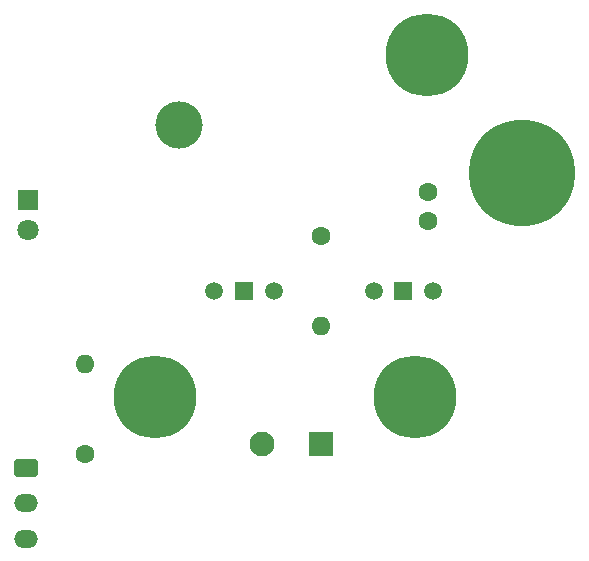
<source format=gbr>
G04 #@! TF.GenerationSoftware,KiCad,Pcbnew,7.0.8-7.0.8~ubuntu22.04.1*
G04 #@! TF.CreationDate,2024-03-20T18:35:26+09:00*
G04 #@! TF.ProjectId,emeater,656d6561-7465-4722-9e6b-696361645f70,rev?*
G04 #@! TF.SameCoordinates,Original*
G04 #@! TF.FileFunction,Copper,L2,Bot*
G04 #@! TF.FilePolarity,Positive*
%FSLAX46Y46*%
G04 Gerber Fmt 4.6, Leading zero omitted, Abs format (unit mm)*
G04 Created by KiCad (PCBNEW 7.0.8-7.0.8~ubuntu22.04.1) date 2024-03-20 18:35:26*
%MOMM*%
%LPD*%
G01*
G04 APERTURE LIST*
G04 Aperture macros list*
%AMRoundRect*
0 Rectangle with rounded corners*
0 $1 Rounding radius*
0 $2 $3 $4 $5 $6 $7 $8 $9 X,Y pos of 4 corners*
0 Add a 4 corners polygon primitive as box body*
4,1,4,$2,$3,$4,$5,$6,$7,$8,$9,$2,$3,0*
0 Add four circle primitives for the rounded corners*
1,1,$1+$1,$2,$3*
1,1,$1+$1,$4,$5*
1,1,$1+$1,$6,$7*
1,1,$1+$1,$8,$9*
0 Add four rect primitives between the rounded corners*
20,1,$1+$1,$2,$3,$4,$5,0*
20,1,$1+$1,$4,$5,$6,$7,0*
20,1,$1+$1,$6,$7,$8,$9,0*
20,1,$1+$1,$8,$9,$2,$3,0*%
G04 Aperture macros list end*
G04 #@! TA.AperFunction,ComponentPad*
%ADD10C,1.600000*%
G04 #@! TD*
G04 #@! TA.AperFunction,ComponentPad*
%ADD11O,1.600000X1.600000*%
G04 #@! TD*
G04 #@! TA.AperFunction,ComponentPad*
%ADD12R,1.800000X1.800000*%
G04 #@! TD*
G04 #@! TA.AperFunction,ComponentPad*
%ADD13C,1.800000*%
G04 #@! TD*
G04 #@! TA.AperFunction,ComponentPad*
%ADD14C,9.000000*%
G04 #@! TD*
G04 #@! TA.AperFunction,ComponentPad*
%ADD15C,7.000000*%
G04 #@! TD*
G04 #@! TA.AperFunction,ComponentPad*
%ADD16R,2.100000X2.100000*%
G04 #@! TD*
G04 #@! TA.AperFunction,ComponentPad*
%ADD17C,2.100000*%
G04 #@! TD*
G04 #@! TA.AperFunction,ComponentPad*
%ADD18R,1.500000X1.500000*%
G04 #@! TD*
G04 #@! TA.AperFunction,ComponentPad*
%ADD19C,1.500000*%
G04 #@! TD*
G04 #@! TA.AperFunction,ComponentPad*
%ADD20RoundRect,0.250001X-0.759999X0.499999X-0.759999X-0.499999X0.759999X-0.499999X0.759999X0.499999X0*%
G04 #@! TD*
G04 #@! TA.AperFunction,ComponentPad*
%ADD21O,2.020000X1.500000*%
G04 #@! TD*
G04 #@! TA.AperFunction,ViaPad*
%ADD22C,4.000000*%
G04 #@! TD*
G04 APERTURE END LIST*
D10*
X108000000Y-94810000D03*
D11*
X108000000Y-87190000D03*
D12*
X103200000Y-73300000D03*
D13*
X103200000Y-75840000D03*
D14*
X145000000Y-71000000D03*
D15*
X137000000Y-61000000D03*
D16*
X128000000Y-94000000D03*
D17*
X123000000Y-94000000D03*
D18*
X121500000Y-81000000D03*
D19*
X124000000Y-81000000D03*
X119000000Y-81000000D03*
D10*
X128000000Y-76380000D03*
D11*
X128000000Y-84000000D03*
D20*
X103040000Y-96000000D03*
D21*
X103040000Y-99000000D03*
X103040000Y-102000000D03*
D18*
X135000000Y-81000000D03*
D19*
X137500000Y-81000000D03*
X132500000Y-81000000D03*
D15*
X136000000Y-90000000D03*
X114000000Y-90000000D03*
D10*
X137100000Y-72600000D03*
X137100000Y-75100000D03*
D22*
X116000000Y-67000000D03*
M02*

</source>
